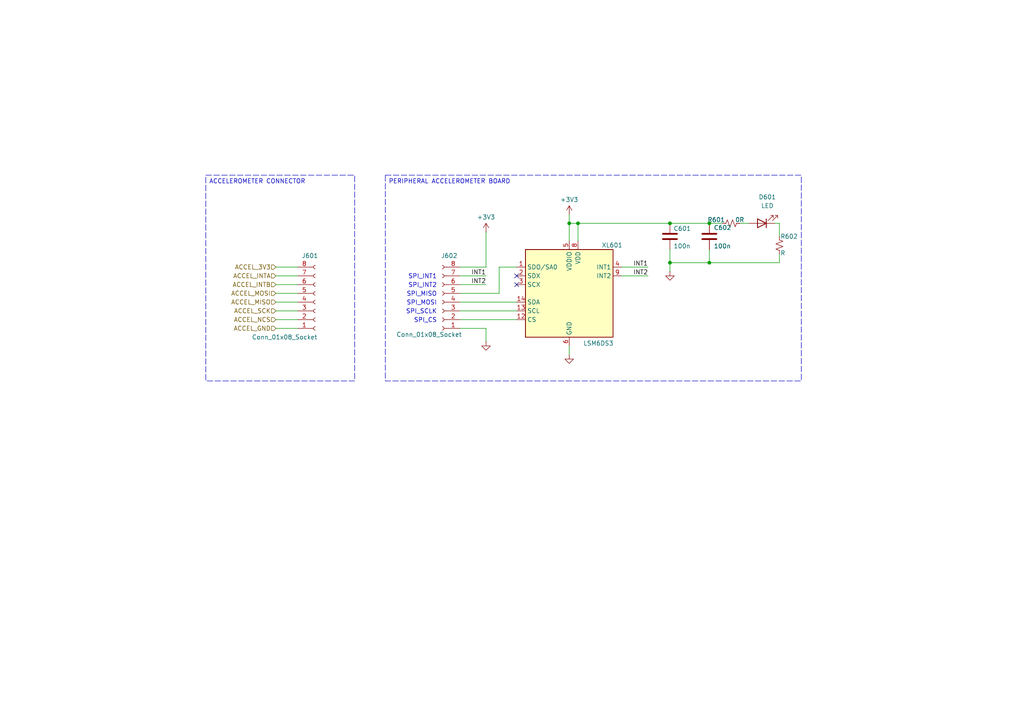
<source format=kicad_sch>
(kicad_sch (version 20231120) (generator "eeschema") (generator_version "8.0")
  (paper "A4")
  (lib_symbols
    (symbol "Connector:Conn_01x08_Socket" (pin_names (offset 1.016) hide)
      (property "Reference" "J" (at 0 10.16 0))
      (property "Value" "Conn_01x08_Socket" (at 0 -12.7 0))
      (symbol "Conn_01x08_Socket_1_1"
        (arc (start 0 -9.652) (mid -0.5058 -10.16) (end 0 -10.668) (stroke (width 0.1524)))
        (arc (start 0 -7.112) (mid -0.5058 -7.62) (end 0 -8.128) (stroke (width 0.1524)))
        (arc (start 0 -4.572) (mid -0.5058 -5.08) (end 0 -5.588) (stroke (width 0.1524)))
        (arc (start 0 -2.032) (mid -0.5058 -2.54) (end 0 -3.048) (stroke (width 0.1524)))
        (polyline (pts (xy -1.27 -10.16) (xy -0.508 -10.16)) (stroke (width 0.1524)))
        (polyline (pts (xy -1.27 -7.62) (xy -0.508 -7.62)) (stroke (width 0.1524)))
        (polyline (pts (xy -1.27 -5.08) (xy -0.508 -5.08)) (stroke (width 0.1524)))
        (polyline (pts (xy -1.27 -2.54) (xy -0.508 -2.54)) (stroke (width 0.1524)))
        (polyline (pts (xy -1.27 0) (xy -0.508 0)) (stroke (width 0.1524)))
        (polyline (pts (xy -1.27 2.54) (xy -0.508 2.54)) (stroke (width 0.1524)))
        (polyline (pts (xy -1.27 5.08) (xy -0.508 5.08)) (stroke (width 0.1524)))
        (polyline (pts (xy -1.27 7.62) (xy -0.508 7.62)) (stroke (width 0.1524)))
        (arc (start 0 0.508) (mid -0.5058 0) (end 0 -0.508) (stroke (width 0.1524)))
        (arc (start 0 3.048) (mid -0.5058 2.54) (end 0 2.032) (stroke (width 0.1524)))
        (arc (start 0 5.588) (mid -0.5058 5.08) (end 0 4.572) (stroke (width 0.1524)))
        (arc (start 0 8.128) (mid -0.5058 7.62) (end 0 7.112) (stroke (width 0.1524)))
        (pin passive line (at -5.08 7.62 0) (length 3.81) (name "Pin_1") (number "1"))
        (pin passive line (at -5.08 5.08 0) (length 3.81) (name "Pin_2") (number "2"))
        (pin passive line (at -5.08 2.54 0) (length 3.81) (name "Pin_3") (number "3"))
        (pin passive line (at -5.08 0 0) (length 3.81) (name "Pin_4") (number "4"))
        (pin passive line (at -5.08 -2.54 0) (length 3.81) (name "Pin_5") (number "5"))
        (pin passive line (at -5.08 -5.08 0) (length 3.81) (name "Pin_6") (number "6"))
        (pin passive line (at -5.08 -7.62 0) (length 3.81) (name "Pin_7") (number "7"))
        (pin passive line (at -5.08 -10.16 0) (length 3.81) (name "Pin_8") (number "8"))
      )
    )
    (symbol "Device:C" (pin_numbers hide) (pin_names (offset 0.254))
      (property "Reference" "C" (at 0.635 2.54 0))
      (property "Value" "C" (at 0.635 -2.54 0))
      (symbol "C_0_1"
        (polyline (pts (xy -2.032 -0.762) (xy 2.032 -0.762)) (stroke (width 0.508)))
        (polyline (pts (xy -2.032 0.762) (xy 2.032 0.762)) (stroke (width 0.508)))
      )
      (symbol "C_1_1"
        (pin passive line (at 0 3.81 270) (length 2.794) (name "~") (number "1"))
        (pin passive line (at 0 -3.81 90) (length 2.794) (name "~") (number "2"))
      )
    )
    (symbol "Device:LED" (pin_numbers hide) (pin_names (offset 1.016) hide)
      (property "Reference" "D" (at 0 2.54 0))
      (property "Value" "LED" (at 0 -2.54 0))
      (symbol "LED_0_1"
        (polyline (pts (xy -1.27 -1.27) (xy -1.27 1.27)) (stroke (width 0.254)))
        (polyline (pts (xy -1.27 0) (xy 1.27 0)))
        (polyline (pts (xy 1.27 -1.27) (xy 1.27 1.27) (xy -1.27 0) (xy 1.27 -1.27)) (stroke (width 0.254)))
        (polyline (pts (xy -3.048 -0.762) (xy -4.572 -2.286) (xy -3.81 -2.286) (xy -4.572 -2.286) (xy -4.572 -1.524)))
        (polyline (pts (xy -1.778 -0.762) (xy -3.302 -2.286) (xy -2.54 -2.286) (xy -3.302 -2.286) (xy -3.302 -1.524)))
      )
      (symbol "LED_1_1"
        (pin passive line (at -3.81 0 0) (length 2.54) (name "K") (number "1"))
        (pin passive line (at 3.81 0 180) (length 2.54) (name "A") (number "2"))
      )
    )
    (symbol "Device:R_Small_US" (pin_numbers hide) (pin_names (offset 0.254) hide)
      (property "Reference" "R" (at 0.762 0.508 0))
      (property "Value" "R_Small_US" (at 0.762 -1.016 0))
      (symbol "R_Small_US_1_1"
        (polyline (pts (xy 0 0) (xy 1.016 -0.381) (xy 0 -0.762) (xy -1.016 -1.143) (xy 0 -1.524)))
        (polyline (pts (xy 0 1.524) (xy 1.016 1.143) (xy 0 0.762) (xy -1.016 0.381) (xy 0 0)))
        (pin passive line (at 0 2.54 270) (length 1.016) (name "~") (number "1"))
        (pin passive line (at 0 -2.54 90) (length 1.016) (name "~") (number "2"))
      )
    )
    (symbol "Sensor_Motion:LSM6DS3"
      (property "Reference" "U" (at -11.43 15.24 0))
      (property "Value" "LSM6DS3" (at -11.43 12.7 0))
      (symbol "LSM6DS3_0_1"
        (rectangle (start -12.7 12.7) (end 12.7 -12.7) (stroke (width 0.254)) (fill (type background)))
      )
      (symbol "LSM6DS3_1_1"
        (pin bidirectional line (at -15.24 7.62 0) (length 2.54) (name "SDO/SA0") (number "1"))
        (pin no_connect line (at 12.7 -5.08 180) (length 3.81) hide (name "NC") (number "10"))
        (pin no_connect line (at 12.7 -2.54 180) (length 3.81) hide (name "NC") (number "11"))
        (pin input line (at -15.24 -7.62 0) (length 2.54) (name "CS") (number "12"))
        (pin input line (at -15.24 -5.08 0) (length 2.54) (name "SCL") (number "13"))
        (pin bidirectional line (at -15.24 -2.54 0) (length 2.54) (name "SDA") (number "14"))
        (pin bidirectional line (at -15.24 5.08 0) (length 2.54) (name "SDX") (number "2"))
        (pin input line (at -15.24 2.54 0) (length 2.54) (name "SCX") (number "3"))
        (pin output line (at 15.24 7.62 180) (length 2.54) (name "INT1") (number "4"))
        (pin power_in line (at 0 15.24 270) (length 2.54) (name "VDDIO") (number "5"))
        (pin power_in line (at 0 -15.24 90) (length 2.54) (name "GND") (number "6"))
        (pin passive line (at 0 -15.24 90) (length 2.54) hide (name "GND") (number "7"))
        (pin power_in line (at 2.54 15.24 270) (length 2.54) (name "VDD") (number "8"))
        (pin output line (at 15.24 5.08 180) (length 2.54) (name "INT2") (number "9"))
      )
    )
    (symbol "power:+3V3" (power) (pin_numbers hide) (pin_names (offset 0) hide)
      (property "Value" "+3V3" (at 0 3.556 0))
      (symbol "+3V3_0_1"
        (polyline (pts (xy -0.762 1.27) (xy 0 2.54)))
        (polyline (pts (xy 0 0) (xy 0 2.54)))
        (polyline (pts (xy 0 2.54) (xy 0.762 1.27)))
      )
      (symbol "+3V3_1_1"
        (pin power_in line (at 0 0 90) (length 0) (name "~") (number "1"))
      )
    )
    (symbol "power:GND" (power) (pin_numbers hide) (pin_names (offset 0) hide)
      (property "Value" "GND" (at 0 -3.81 0))
      (symbol "GND_0_1"
        (polyline (pts (xy 0 0) (xy 0 -1.27) (xy 1.27 -1.27) (xy 0 -2.54) (xy -1.27 -1.27) (xy 0 -1.27)))
      )
      (symbol "GND_1_1"
        (pin power_in line (at 0 0 270) (length 0) (name "~") (number "1"))
      )
    )
  )
  (junction (at 194.31 76.2))
  (junction (at 167.64 64.77))
  (junction (at 205.74 64.77))
  (junction (at 194.31 64.77))
  (junction (at 205.74 76.2))
  (junction (at 165.1 64.77))
  (no_connect (at 149.86 82.55))
  (no_connect (at 149.86 80.01))
  (wire (pts (xy 167.64 64.77) (xy 194.31 64.77)))
  (wire (pts (xy 133.35 82.55) (xy 140.97 82.55)))
  (wire (pts (xy 80.01 77.47) (xy 86.36 77.47)))
  (wire (pts (xy 180.34 80.01) (xy 187.96 80.01)))
  (wire (pts (xy 80.01 87.63) (xy 86.36 87.63)))
  (wire (pts (xy 165.1 64.77) (xy 165.1 69.85)))
  (wire (pts (xy 205.74 72.39) (xy 205.74 76.2)))
  (wire (pts (xy 133.35 77.47) (xy 140.97 77.47)))
  (wire (pts (xy 140.97 95.25) (xy 140.97 99.06)))
  (wire (pts (xy 226.06 64.77) (xy 226.06 68.58)))
  (wire (pts (xy 80.01 80.01) (xy 86.36 80.01)))
  (wire (pts (xy 80.01 92.71) (xy 86.36 92.71)))
  (wire (pts (xy 133.35 87.63) (xy 149.86 87.63)))
  (wire (pts (xy 214.63 64.77) (xy 217.17 64.77)))
  (wire (pts (xy 149.86 77.47) (xy 144.78 77.47)))
  (wire (pts (xy 80.01 95.25) (xy 86.36 95.25)))
  (wire (pts (xy 165.1 62.23) (xy 165.1 64.77)))
  (wire (pts (xy 133.35 90.17) (xy 149.86 90.17)))
  (wire (pts (xy 167.64 64.77) (xy 167.64 69.85)))
  (wire (pts (xy 194.31 72.39) (xy 194.31 76.2)))
  (wire (pts (xy 194.31 76.2) (xy 205.74 76.2)))
  (wire (pts (xy 80.01 82.55) (xy 86.36 82.55)))
  (wire (pts (xy 133.35 95.25) (xy 140.97 95.25)))
  (wire (pts (xy 133.35 80.01) (xy 140.97 80.01)))
  (wire (pts (xy 205.74 76.2) (xy 226.06 76.2)))
  (wire (pts (xy 226.06 73.66) (xy 226.06 76.2)))
  (wire (pts (xy 224.79 64.77) (xy 226.06 64.77)))
  (wire (pts (xy 133.35 85.09) (xy 144.78 85.09)))
  (wire (pts (xy 205.74 64.77) (xy 209.55 64.77)))
  (wire (pts (xy 133.35 92.71) (xy 149.86 92.71)))
  (wire (pts (xy 140.97 67.31) (xy 140.97 77.47)))
  (wire (pts (xy 165.1 100.33) (xy 165.1 102.87)))
  (wire (pts (xy 194.31 64.77) (xy 205.74 64.77)))
  (wire (pts (xy 80.01 85.09) (xy 86.36 85.09)))
  (wire (pts (xy 144.78 77.47) (xy 144.78 85.09)))
  (wire (pts (xy 80.01 90.17) (xy 86.36 90.17)))
  (wire (pts (xy 165.1 64.77) (xy 167.64 64.77)))
  (wire (pts (xy 180.34 77.47) (xy 187.96 77.47)))
  (wire (pts (xy 194.31 78.74) (xy 194.31 76.2)))
  (text_box "PERIPHERAL ACCELEROMETER BOARD" (at 111.76 50.8 0) (size 120.65 59.69) (stroke (width 0) (type dash)) (effects (font (size 1.27 1.27)) (justify left top)))
  (text_box "ACCELEROMETER CONNECTOR" (at 59.69 50.8 0) (size 43.18 59.69) (stroke (width 0) (type dash)) (effects (font (size 1.27 1.27)) (justify left top)))
  (text "SPI_SCLK" (at 126.746 91.186 0) (effects (font (size 1.27 1.27)) (justify right bottom)))
  (text "SPI_INT2" (at 126.746 83.566 0) (effects (font (size 1.27 1.27)) (justify right bottom)))
  (text "SPI_MOSI" (at 126.746 88.646 0) (effects (font (size 1.27 1.27)) (justify right bottom)))
  (text "SPI_MISO" (at 126.746 86.106 0) (effects (font (size 1.27 1.27)) (justify right bottom)))
  (text "SPI_CS" (at 126.746 93.726 0) (effects (font (size 1.27 1.27)) (justify right bottom)))
  (text "SPI_INT1" (at 126.746 81.026 0) (effects (font (size 1.27 1.27)) (justify right bottom)))
  (label "INT2" (at 187.96 80.01 180))
  (label "INT1" (at 140.97 80.01 180))
  (label "INT1" (at 187.96 77.47 180))
  (label "INT2" (at 140.97 82.55 180))
  (hierarchical_label "ACCEL_NCS" (shape input) (at 80.01 92.71 180))
  (hierarchical_label "ACCEL_INTB" (shape input) (at 80.01 82.55 180))
  (hierarchical_label "ACCEL_INTA" (shape input) (at 80.01 80.01 180))
  (hierarchical_label "ACCEL_MOSI" (shape input) (at 80.01 85.09 180))
  (hierarchical_label "ACCEL_GND" (shape input) (at 80.01 95.25 180))
  (hierarchical_label "ACCEL_3V3" (shape input) (at 80.01 77.47 180))
  (hierarchical_label "ACCEL_SCK" (shape input) (at 80.01 90.17 180))
  (hierarchical_label "ACCEL_MISO" (shape input) (at 80.01 87.63 180))
  (symbol (lib_id "Device:C") (at 205.74 68.58 0) (unit 1)
    (property "Reference" "C602" (at 207.01 66.04 0) (effects (justify left)))
    (property "Value" "100n" (at 207.01 71.374 0) (effects (justify left)))
    (property "Description" "Unpolarized capacitor" (effects (hide yes)))
    (instances (project "vibrometer_h7" (path "" (reference "C602") (unit 1)) (path "" (reference "C802") (unit 1)) (path "" (reference "C702") (unit 1))))
  )
  (symbol (lib_id "Connector:Conn_01x08_Socket") (at 91.44 87.63 0) (mirror x) (unit 1)
    (property "Reference" "J601" (at 89.916 74.168 0))
    (property "Value" "Conn_01x08_Socket" (at 82.55 97.79 0))
    (property "Description" "Generic connector, single row, 01x08, script generated" (effects (hide yes)))
    (instances (project "vibrometer_h7" (path "" (reference "J601") (unit 1)) (path "" (reference "J801") (unit 1)) (path "" (reference "J701") (unit 1))))
  )
  (symbol (lib_id "Device:R_Small_US") (at 226.06 71.12 0) (unit 1)
    (property "Reference" "R602" (at 226.314 68.58 0) (effects (justify left)))
    (property "Value" "R" (at 226.314 73.406 0) (effects (justify left)))
    (property "Description" "Resistor, small US symbol" (effects (hide yes)))
    (instances (project "vibrometer_h7" (path "" (reference "R602") (unit 1)) (path "" (reference "R802") (unit 1)) (path "" (reference "R702") (unit 1))))
  )
  (symbol (lib_id "Device:C") (at 194.31 68.58 0) (unit 1)
    (property "Reference" "C601" (at 195.326 66.294 0) (effects (justify left)))
    (property "Value" "100n" (at 195.326 71.374 0) (effects (justify left)))
    (property "Description" "Unpolarized capacitor" (effects (hide yes)))
    (instances (project "vibrometer_h7" (path "" (reference "C601") (unit 1)) (path "" (reference "C801") (unit 1)) (path "" (reference "C701") (unit 1))))
  )
  (symbol (lib_id "Sensor_Motion:LSM6DS3") (at 165.1 85.09 0) (unit 1)
    (property "Reference" "XL601" (at 174.498 71.12 0) (effects (justify left)))
    (property "Value" "LSM6DS3" (at 169.164 99.568 0) (effects (justify left)))
    (property "Footprint" "Package_LGA:LGA-14_3x2.5mm_P0.5mm_LayoutBorder3x4y" (effects (hide yes)))
    (property "Datasheet" "https://www.st.com/resource/en/datasheet/lsm6ds3tr-c.pdf" (effects (hide yes)))
    (property "Description" "I2C/SPI, iNEMO inertial module: always-on 3D accelerometer and 3D gyroscope" (effects (hide yes)))
    (instances (project "vibrometer_h7" (path "" (reference "XL601") (unit 1)) (path "" (reference "XL801") (unit 1)) (path "" (reference "XL701") (unit 1))))
  )
  (symbol (lib_id "Device:R_Small_US") (at 212.09 64.77 90) (unit 1)
    (property "Reference" "R601" (at 210.312 63.754 90) (effects (justify left)))
    (property "Value" "0R" (at 215.9 63.754 90) (effects (justify left)))
    (property "Description" "Resistor, small US symbol" (effects (hide yes)))
    (instances (project "vibrometer_h7" (path "" (reference "R601") (unit 1)) (path "" (reference "R801") (unit 1)) (path "" (reference "R701") (unit 1))))
  )
  (symbol (lib_id "Connector:Conn_01x08_Socket") (at 128.27 87.63 180) (unit 1)
    (property "Reference" "J602" (at 130.302 74.168 0))
    (property "Value" "Conn_01x08_Socket" (at 124.46 97.028 0))
    (property "Description" "Generic connector, single row, 01x08, script generated" (effects (hide yes)))
    (instances (project "vibrometer_h7" (path "" (reference "J602") (unit 1)) (path "" (reference "J802") (unit 1)) (path "" (reference "J702") (unit 1))))
  )
  (symbol (lib_id "power:GND") (at 194.31 78.74 0) (unit 1)
    (property "Reference" "#PWR043" (effects (hide yes)))
    (property "Value" "GND" (effects (hide yes)))
    (property "Description" "Power symbol creates a global label with name \"GND\" , ground" (effects (hide yes)))
    (instances (project "vibrometer_h7" (path "" (reference "#PWR043") (unit 1)) (path "" (reference "#PWR053") (unit 1)) (path "" (reference "#PWR048") (unit 1))))
  )
  (symbol (lib_id "power:GND") (at 140.97 99.06 0) (unit 1)
    (property "Reference" "#PWR040" (effects (hide yes)))
    (property "Value" "GND" (effects (hide yes)))
    (property "Description" "Power symbol creates a global label with name \"GND\" , ground" (effects (hide yes)))
    (instances (project "vibrometer_h7" (path "" (reference "#PWR040") (unit 1)) (path "" (reference "#PWR050") (unit 1)) (path "" (reference "#PWR045") (unit 1))))
  )
  (symbol (lib_id "power:+3V3") (at 140.97 67.31 0) (unit 1)
    (property "Reference" "#PWR039" (effects (hide yes)))
    (property "Value" "+3V3" (at 140.97 62.992 0))
    (property "Description" "Power symbol creates a global label with name \"+3V3\"" (effects (hide yes)))
    (instances (project "vibrometer_h7" (path "" (reference "#PWR039") (unit 1)) (path "" (reference "#PWR049") (unit 1)) (path "" (reference "#PWR044") (unit 1))))
  )
  (symbol (lib_id "power:+3V3") (at 165.1 62.23 0) (unit 1)
    (property "Reference" "#PWR041" (effects (hide yes)))
    (property "Value" "+3V3" (at 165.1 57.912 0))
    (property "Description" "Power symbol creates a global label with name \"+3V3\"" (effects (hide yes)))
    (instances (project "vibrometer_h7" (path "" (reference "#PWR041") (unit 1)) (path "" (reference "#PWR051") (unit 1)) (path "" (reference "#PWR046") (unit 1))))
  )
  (symbol (lib_id "Device:LED") (at 220.98 64.77 180) (unit 1)
    (property "Reference" "D601" (at 222.5675 57.15 0))
    (property "Value" "LED" (at 222.5675 59.69 0))
    (property "Description" "Light emitting diode" (effects (hide yes)))
    (instances (project "vibrometer_h7" (path "" (reference "D601") (unit 1)) (path "" (reference "D801") (unit 1)) (path "" (reference "D701") (unit 1))))
  )
  (symbol (lib_id "power:GND") (at 165.1 102.87 0) (unit 1)
    (property "Reference" "#PWR042" (effects (hide yes)))
    (property "Value" "GND" (effects (hide yes)))
    (property "Description" "Power symbol creates a global label with name \"GND\" , ground" (effects (hide yes)))
    (instances (project "vibrometer_h7" (path "" (reference "#PWR042") (unit 1)) (path "" (reference "#PWR052") (unit 1)) (path "" (reference "#PWR047") (unit 1))))
  )
)
</source>
